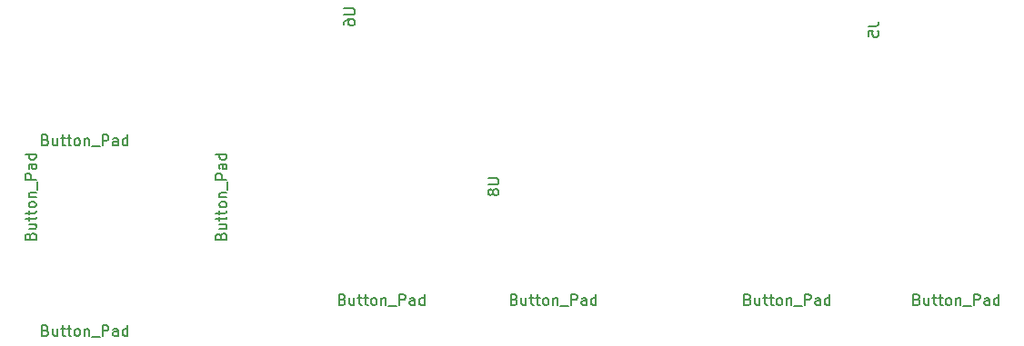
<source format=gbr>
G04 #@! TF.GenerationSoftware,KiCad,Pcbnew,7.0.9*
G04 #@! TF.CreationDate,2023-12-20T17:09:37-07:00*
G04 #@! TF.ProjectId,nes_controller_pcb,6e65735f-636f-46e7-9472-6f6c6c65725f,4a*
G04 #@! TF.SameCoordinates,Original*
G04 #@! TF.FileFunction,AssemblyDrawing,Top*
%FSLAX46Y46*%
G04 Gerber Fmt 4.6, Leading zero omitted, Abs format (unit mm)*
G04 Created by KiCad (PCBNEW 7.0.9) date 2023-12-20 17:09:37*
%MOMM*%
%LPD*%
G01*
G04 APERTURE LIST*
%ADD10C,0.150000*%
G04 APERTURE END LIST*
D10*
X156357142Y-136175009D02*
X156499999Y-136222628D01*
X156499999Y-136222628D02*
X156547618Y-136270247D01*
X156547618Y-136270247D02*
X156595237Y-136365485D01*
X156595237Y-136365485D02*
X156595237Y-136508342D01*
X156595237Y-136508342D02*
X156547618Y-136603580D01*
X156547618Y-136603580D02*
X156499999Y-136651200D01*
X156499999Y-136651200D02*
X156404761Y-136698819D01*
X156404761Y-136698819D02*
X156023809Y-136698819D01*
X156023809Y-136698819D02*
X156023809Y-135698819D01*
X156023809Y-135698819D02*
X156357142Y-135698819D01*
X156357142Y-135698819D02*
X156452380Y-135746438D01*
X156452380Y-135746438D02*
X156499999Y-135794057D01*
X156499999Y-135794057D02*
X156547618Y-135889295D01*
X156547618Y-135889295D02*
X156547618Y-135984533D01*
X156547618Y-135984533D02*
X156499999Y-136079771D01*
X156499999Y-136079771D02*
X156452380Y-136127390D01*
X156452380Y-136127390D02*
X156357142Y-136175009D01*
X156357142Y-136175009D02*
X156023809Y-136175009D01*
X157452380Y-136032152D02*
X157452380Y-136698819D01*
X157023809Y-136032152D02*
X157023809Y-136555961D01*
X157023809Y-136555961D02*
X157071428Y-136651200D01*
X157071428Y-136651200D02*
X157166666Y-136698819D01*
X157166666Y-136698819D02*
X157309523Y-136698819D01*
X157309523Y-136698819D02*
X157404761Y-136651200D01*
X157404761Y-136651200D02*
X157452380Y-136603580D01*
X157785714Y-136032152D02*
X158166666Y-136032152D01*
X157928571Y-135698819D02*
X157928571Y-136555961D01*
X157928571Y-136555961D02*
X157976190Y-136651200D01*
X157976190Y-136651200D02*
X158071428Y-136698819D01*
X158071428Y-136698819D02*
X158166666Y-136698819D01*
X158357143Y-136032152D02*
X158738095Y-136032152D01*
X158500000Y-135698819D02*
X158500000Y-136555961D01*
X158500000Y-136555961D02*
X158547619Y-136651200D01*
X158547619Y-136651200D02*
X158642857Y-136698819D01*
X158642857Y-136698819D02*
X158738095Y-136698819D01*
X159214286Y-136698819D02*
X159119048Y-136651200D01*
X159119048Y-136651200D02*
X159071429Y-136603580D01*
X159071429Y-136603580D02*
X159023810Y-136508342D01*
X159023810Y-136508342D02*
X159023810Y-136222628D01*
X159023810Y-136222628D02*
X159071429Y-136127390D01*
X159071429Y-136127390D02*
X159119048Y-136079771D01*
X159119048Y-136079771D02*
X159214286Y-136032152D01*
X159214286Y-136032152D02*
X159357143Y-136032152D01*
X159357143Y-136032152D02*
X159452381Y-136079771D01*
X159452381Y-136079771D02*
X159500000Y-136127390D01*
X159500000Y-136127390D02*
X159547619Y-136222628D01*
X159547619Y-136222628D02*
X159547619Y-136508342D01*
X159547619Y-136508342D02*
X159500000Y-136603580D01*
X159500000Y-136603580D02*
X159452381Y-136651200D01*
X159452381Y-136651200D02*
X159357143Y-136698819D01*
X159357143Y-136698819D02*
X159214286Y-136698819D01*
X159976191Y-136032152D02*
X159976191Y-136698819D01*
X159976191Y-136127390D02*
X160023810Y-136079771D01*
X160023810Y-136079771D02*
X160119048Y-136032152D01*
X160119048Y-136032152D02*
X160261905Y-136032152D01*
X160261905Y-136032152D02*
X160357143Y-136079771D01*
X160357143Y-136079771D02*
X160404762Y-136175009D01*
X160404762Y-136175009D02*
X160404762Y-136698819D01*
X160642858Y-136794057D02*
X161404762Y-136794057D01*
X161642858Y-136698819D02*
X161642858Y-135698819D01*
X161642858Y-135698819D02*
X162023810Y-135698819D01*
X162023810Y-135698819D02*
X162119048Y-135746438D01*
X162119048Y-135746438D02*
X162166667Y-135794057D01*
X162166667Y-135794057D02*
X162214286Y-135889295D01*
X162214286Y-135889295D02*
X162214286Y-136032152D01*
X162214286Y-136032152D02*
X162166667Y-136127390D01*
X162166667Y-136127390D02*
X162119048Y-136175009D01*
X162119048Y-136175009D02*
X162023810Y-136222628D01*
X162023810Y-136222628D02*
X161642858Y-136222628D01*
X163071429Y-136698819D02*
X163071429Y-136175009D01*
X163071429Y-136175009D02*
X163023810Y-136079771D01*
X163023810Y-136079771D02*
X162928572Y-136032152D01*
X162928572Y-136032152D02*
X162738096Y-136032152D01*
X162738096Y-136032152D02*
X162642858Y-136079771D01*
X163071429Y-136651200D02*
X162976191Y-136698819D01*
X162976191Y-136698819D02*
X162738096Y-136698819D01*
X162738096Y-136698819D02*
X162642858Y-136651200D01*
X162642858Y-136651200D02*
X162595239Y-136555961D01*
X162595239Y-136555961D02*
X162595239Y-136460723D01*
X162595239Y-136460723D02*
X162642858Y-136365485D01*
X162642858Y-136365485D02*
X162738096Y-136317866D01*
X162738096Y-136317866D02*
X162976191Y-136317866D01*
X162976191Y-136317866D02*
X163071429Y-136270247D01*
X163976191Y-136698819D02*
X163976191Y-135698819D01*
X163976191Y-136651200D02*
X163880953Y-136698819D01*
X163880953Y-136698819D02*
X163690477Y-136698819D01*
X163690477Y-136698819D02*
X163595239Y-136651200D01*
X163595239Y-136651200D02*
X163547620Y-136603580D01*
X163547620Y-136603580D02*
X163500001Y-136508342D01*
X163500001Y-136508342D02*
X163500001Y-136222628D01*
X163500001Y-136222628D02*
X163547620Y-136127390D01*
X163547620Y-136127390D02*
X163595239Y-136079771D01*
X163595239Y-136079771D02*
X163690477Y-136032152D01*
X163690477Y-136032152D02*
X163880953Y-136032152D01*
X163880953Y-136032152D02*
X163976191Y-136079771D01*
X140357142Y-136175009D02*
X140499999Y-136222628D01*
X140499999Y-136222628D02*
X140547618Y-136270247D01*
X140547618Y-136270247D02*
X140595237Y-136365485D01*
X140595237Y-136365485D02*
X140595237Y-136508342D01*
X140595237Y-136508342D02*
X140547618Y-136603580D01*
X140547618Y-136603580D02*
X140499999Y-136651200D01*
X140499999Y-136651200D02*
X140404761Y-136698819D01*
X140404761Y-136698819D02*
X140023809Y-136698819D01*
X140023809Y-136698819D02*
X140023809Y-135698819D01*
X140023809Y-135698819D02*
X140357142Y-135698819D01*
X140357142Y-135698819D02*
X140452380Y-135746438D01*
X140452380Y-135746438D02*
X140499999Y-135794057D01*
X140499999Y-135794057D02*
X140547618Y-135889295D01*
X140547618Y-135889295D02*
X140547618Y-135984533D01*
X140547618Y-135984533D02*
X140499999Y-136079771D01*
X140499999Y-136079771D02*
X140452380Y-136127390D01*
X140452380Y-136127390D02*
X140357142Y-136175009D01*
X140357142Y-136175009D02*
X140023809Y-136175009D01*
X141452380Y-136032152D02*
X141452380Y-136698819D01*
X141023809Y-136032152D02*
X141023809Y-136555961D01*
X141023809Y-136555961D02*
X141071428Y-136651200D01*
X141071428Y-136651200D02*
X141166666Y-136698819D01*
X141166666Y-136698819D02*
X141309523Y-136698819D01*
X141309523Y-136698819D02*
X141404761Y-136651200D01*
X141404761Y-136651200D02*
X141452380Y-136603580D01*
X141785714Y-136032152D02*
X142166666Y-136032152D01*
X141928571Y-135698819D02*
X141928571Y-136555961D01*
X141928571Y-136555961D02*
X141976190Y-136651200D01*
X141976190Y-136651200D02*
X142071428Y-136698819D01*
X142071428Y-136698819D02*
X142166666Y-136698819D01*
X142357143Y-136032152D02*
X142738095Y-136032152D01*
X142500000Y-135698819D02*
X142500000Y-136555961D01*
X142500000Y-136555961D02*
X142547619Y-136651200D01*
X142547619Y-136651200D02*
X142642857Y-136698819D01*
X142642857Y-136698819D02*
X142738095Y-136698819D01*
X143214286Y-136698819D02*
X143119048Y-136651200D01*
X143119048Y-136651200D02*
X143071429Y-136603580D01*
X143071429Y-136603580D02*
X143023810Y-136508342D01*
X143023810Y-136508342D02*
X143023810Y-136222628D01*
X143023810Y-136222628D02*
X143071429Y-136127390D01*
X143071429Y-136127390D02*
X143119048Y-136079771D01*
X143119048Y-136079771D02*
X143214286Y-136032152D01*
X143214286Y-136032152D02*
X143357143Y-136032152D01*
X143357143Y-136032152D02*
X143452381Y-136079771D01*
X143452381Y-136079771D02*
X143500000Y-136127390D01*
X143500000Y-136127390D02*
X143547619Y-136222628D01*
X143547619Y-136222628D02*
X143547619Y-136508342D01*
X143547619Y-136508342D02*
X143500000Y-136603580D01*
X143500000Y-136603580D02*
X143452381Y-136651200D01*
X143452381Y-136651200D02*
X143357143Y-136698819D01*
X143357143Y-136698819D02*
X143214286Y-136698819D01*
X143976191Y-136032152D02*
X143976191Y-136698819D01*
X143976191Y-136127390D02*
X144023810Y-136079771D01*
X144023810Y-136079771D02*
X144119048Y-136032152D01*
X144119048Y-136032152D02*
X144261905Y-136032152D01*
X144261905Y-136032152D02*
X144357143Y-136079771D01*
X144357143Y-136079771D02*
X144404762Y-136175009D01*
X144404762Y-136175009D02*
X144404762Y-136698819D01*
X144642858Y-136794057D02*
X145404762Y-136794057D01*
X145642858Y-136698819D02*
X145642858Y-135698819D01*
X145642858Y-135698819D02*
X146023810Y-135698819D01*
X146023810Y-135698819D02*
X146119048Y-135746438D01*
X146119048Y-135746438D02*
X146166667Y-135794057D01*
X146166667Y-135794057D02*
X146214286Y-135889295D01*
X146214286Y-135889295D02*
X146214286Y-136032152D01*
X146214286Y-136032152D02*
X146166667Y-136127390D01*
X146166667Y-136127390D02*
X146119048Y-136175009D01*
X146119048Y-136175009D02*
X146023810Y-136222628D01*
X146023810Y-136222628D02*
X145642858Y-136222628D01*
X147071429Y-136698819D02*
X147071429Y-136175009D01*
X147071429Y-136175009D02*
X147023810Y-136079771D01*
X147023810Y-136079771D02*
X146928572Y-136032152D01*
X146928572Y-136032152D02*
X146738096Y-136032152D01*
X146738096Y-136032152D02*
X146642858Y-136079771D01*
X147071429Y-136651200D02*
X146976191Y-136698819D01*
X146976191Y-136698819D02*
X146738096Y-136698819D01*
X146738096Y-136698819D02*
X146642858Y-136651200D01*
X146642858Y-136651200D02*
X146595239Y-136555961D01*
X146595239Y-136555961D02*
X146595239Y-136460723D01*
X146595239Y-136460723D02*
X146642858Y-136365485D01*
X146642858Y-136365485D02*
X146738096Y-136317866D01*
X146738096Y-136317866D02*
X146976191Y-136317866D01*
X146976191Y-136317866D02*
X147071429Y-136270247D01*
X147976191Y-136698819D02*
X147976191Y-135698819D01*
X147976191Y-136651200D02*
X147880953Y-136698819D01*
X147880953Y-136698819D02*
X147690477Y-136698819D01*
X147690477Y-136698819D02*
X147595239Y-136651200D01*
X147595239Y-136651200D02*
X147547620Y-136603580D01*
X147547620Y-136603580D02*
X147500001Y-136508342D01*
X147500001Y-136508342D02*
X147500001Y-136222628D01*
X147500001Y-136222628D02*
X147547620Y-136127390D01*
X147547620Y-136127390D02*
X147595239Y-136079771D01*
X147595239Y-136079771D02*
X147690477Y-136032152D01*
X147690477Y-136032152D02*
X147880953Y-136032152D01*
X147880953Y-136032152D02*
X147976191Y-136079771D01*
X112732142Y-121300009D02*
X112874999Y-121347628D01*
X112874999Y-121347628D02*
X112922618Y-121395247D01*
X112922618Y-121395247D02*
X112970237Y-121490485D01*
X112970237Y-121490485D02*
X112970237Y-121633342D01*
X112970237Y-121633342D02*
X112922618Y-121728580D01*
X112922618Y-121728580D02*
X112874999Y-121776200D01*
X112874999Y-121776200D02*
X112779761Y-121823819D01*
X112779761Y-121823819D02*
X112398809Y-121823819D01*
X112398809Y-121823819D02*
X112398809Y-120823819D01*
X112398809Y-120823819D02*
X112732142Y-120823819D01*
X112732142Y-120823819D02*
X112827380Y-120871438D01*
X112827380Y-120871438D02*
X112874999Y-120919057D01*
X112874999Y-120919057D02*
X112922618Y-121014295D01*
X112922618Y-121014295D02*
X112922618Y-121109533D01*
X112922618Y-121109533D02*
X112874999Y-121204771D01*
X112874999Y-121204771D02*
X112827380Y-121252390D01*
X112827380Y-121252390D02*
X112732142Y-121300009D01*
X112732142Y-121300009D02*
X112398809Y-121300009D01*
X113827380Y-121157152D02*
X113827380Y-121823819D01*
X113398809Y-121157152D02*
X113398809Y-121680961D01*
X113398809Y-121680961D02*
X113446428Y-121776200D01*
X113446428Y-121776200D02*
X113541666Y-121823819D01*
X113541666Y-121823819D02*
X113684523Y-121823819D01*
X113684523Y-121823819D02*
X113779761Y-121776200D01*
X113779761Y-121776200D02*
X113827380Y-121728580D01*
X114160714Y-121157152D02*
X114541666Y-121157152D01*
X114303571Y-120823819D02*
X114303571Y-121680961D01*
X114303571Y-121680961D02*
X114351190Y-121776200D01*
X114351190Y-121776200D02*
X114446428Y-121823819D01*
X114446428Y-121823819D02*
X114541666Y-121823819D01*
X114732143Y-121157152D02*
X115113095Y-121157152D01*
X114875000Y-120823819D02*
X114875000Y-121680961D01*
X114875000Y-121680961D02*
X114922619Y-121776200D01*
X114922619Y-121776200D02*
X115017857Y-121823819D01*
X115017857Y-121823819D02*
X115113095Y-121823819D01*
X115589286Y-121823819D02*
X115494048Y-121776200D01*
X115494048Y-121776200D02*
X115446429Y-121728580D01*
X115446429Y-121728580D02*
X115398810Y-121633342D01*
X115398810Y-121633342D02*
X115398810Y-121347628D01*
X115398810Y-121347628D02*
X115446429Y-121252390D01*
X115446429Y-121252390D02*
X115494048Y-121204771D01*
X115494048Y-121204771D02*
X115589286Y-121157152D01*
X115589286Y-121157152D02*
X115732143Y-121157152D01*
X115732143Y-121157152D02*
X115827381Y-121204771D01*
X115827381Y-121204771D02*
X115875000Y-121252390D01*
X115875000Y-121252390D02*
X115922619Y-121347628D01*
X115922619Y-121347628D02*
X115922619Y-121633342D01*
X115922619Y-121633342D02*
X115875000Y-121728580D01*
X115875000Y-121728580D02*
X115827381Y-121776200D01*
X115827381Y-121776200D02*
X115732143Y-121823819D01*
X115732143Y-121823819D02*
X115589286Y-121823819D01*
X116351191Y-121157152D02*
X116351191Y-121823819D01*
X116351191Y-121252390D02*
X116398810Y-121204771D01*
X116398810Y-121204771D02*
X116494048Y-121157152D01*
X116494048Y-121157152D02*
X116636905Y-121157152D01*
X116636905Y-121157152D02*
X116732143Y-121204771D01*
X116732143Y-121204771D02*
X116779762Y-121300009D01*
X116779762Y-121300009D02*
X116779762Y-121823819D01*
X117017858Y-121919057D02*
X117779762Y-121919057D01*
X118017858Y-121823819D02*
X118017858Y-120823819D01*
X118017858Y-120823819D02*
X118398810Y-120823819D01*
X118398810Y-120823819D02*
X118494048Y-120871438D01*
X118494048Y-120871438D02*
X118541667Y-120919057D01*
X118541667Y-120919057D02*
X118589286Y-121014295D01*
X118589286Y-121014295D02*
X118589286Y-121157152D01*
X118589286Y-121157152D02*
X118541667Y-121252390D01*
X118541667Y-121252390D02*
X118494048Y-121300009D01*
X118494048Y-121300009D02*
X118398810Y-121347628D01*
X118398810Y-121347628D02*
X118017858Y-121347628D01*
X119446429Y-121823819D02*
X119446429Y-121300009D01*
X119446429Y-121300009D02*
X119398810Y-121204771D01*
X119398810Y-121204771D02*
X119303572Y-121157152D01*
X119303572Y-121157152D02*
X119113096Y-121157152D01*
X119113096Y-121157152D02*
X119017858Y-121204771D01*
X119446429Y-121776200D02*
X119351191Y-121823819D01*
X119351191Y-121823819D02*
X119113096Y-121823819D01*
X119113096Y-121823819D02*
X119017858Y-121776200D01*
X119017858Y-121776200D02*
X118970239Y-121680961D01*
X118970239Y-121680961D02*
X118970239Y-121585723D01*
X118970239Y-121585723D02*
X119017858Y-121490485D01*
X119017858Y-121490485D02*
X119113096Y-121442866D01*
X119113096Y-121442866D02*
X119351191Y-121442866D01*
X119351191Y-121442866D02*
X119446429Y-121395247D01*
X120351191Y-121823819D02*
X120351191Y-120823819D01*
X120351191Y-121776200D02*
X120255953Y-121823819D01*
X120255953Y-121823819D02*
X120065477Y-121823819D01*
X120065477Y-121823819D02*
X119970239Y-121776200D01*
X119970239Y-121776200D02*
X119922620Y-121728580D01*
X119922620Y-121728580D02*
X119875001Y-121633342D01*
X119875001Y-121633342D02*
X119875001Y-121347628D01*
X119875001Y-121347628D02*
X119922620Y-121252390D01*
X119922620Y-121252390D02*
X119970239Y-121204771D01*
X119970239Y-121204771D02*
X120065477Y-121157152D01*
X120065477Y-121157152D02*
X120255953Y-121157152D01*
X120255953Y-121157152D02*
X120351191Y-121204771D01*
X193857142Y-136175009D02*
X193999999Y-136222628D01*
X193999999Y-136222628D02*
X194047618Y-136270247D01*
X194047618Y-136270247D02*
X194095237Y-136365485D01*
X194095237Y-136365485D02*
X194095237Y-136508342D01*
X194095237Y-136508342D02*
X194047618Y-136603580D01*
X194047618Y-136603580D02*
X193999999Y-136651200D01*
X193999999Y-136651200D02*
X193904761Y-136698819D01*
X193904761Y-136698819D02*
X193523809Y-136698819D01*
X193523809Y-136698819D02*
X193523809Y-135698819D01*
X193523809Y-135698819D02*
X193857142Y-135698819D01*
X193857142Y-135698819D02*
X193952380Y-135746438D01*
X193952380Y-135746438D02*
X193999999Y-135794057D01*
X193999999Y-135794057D02*
X194047618Y-135889295D01*
X194047618Y-135889295D02*
X194047618Y-135984533D01*
X194047618Y-135984533D02*
X193999999Y-136079771D01*
X193999999Y-136079771D02*
X193952380Y-136127390D01*
X193952380Y-136127390D02*
X193857142Y-136175009D01*
X193857142Y-136175009D02*
X193523809Y-136175009D01*
X194952380Y-136032152D02*
X194952380Y-136698819D01*
X194523809Y-136032152D02*
X194523809Y-136555961D01*
X194523809Y-136555961D02*
X194571428Y-136651200D01*
X194571428Y-136651200D02*
X194666666Y-136698819D01*
X194666666Y-136698819D02*
X194809523Y-136698819D01*
X194809523Y-136698819D02*
X194904761Y-136651200D01*
X194904761Y-136651200D02*
X194952380Y-136603580D01*
X195285714Y-136032152D02*
X195666666Y-136032152D01*
X195428571Y-135698819D02*
X195428571Y-136555961D01*
X195428571Y-136555961D02*
X195476190Y-136651200D01*
X195476190Y-136651200D02*
X195571428Y-136698819D01*
X195571428Y-136698819D02*
X195666666Y-136698819D01*
X195857143Y-136032152D02*
X196238095Y-136032152D01*
X196000000Y-135698819D02*
X196000000Y-136555961D01*
X196000000Y-136555961D02*
X196047619Y-136651200D01*
X196047619Y-136651200D02*
X196142857Y-136698819D01*
X196142857Y-136698819D02*
X196238095Y-136698819D01*
X196714286Y-136698819D02*
X196619048Y-136651200D01*
X196619048Y-136651200D02*
X196571429Y-136603580D01*
X196571429Y-136603580D02*
X196523810Y-136508342D01*
X196523810Y-136508342D02*
X196523810Y-136222628D01*
X196523810Y-136222628D02*
X196571429Y-136127390D01*
X196571429Y-136127390D02*
X196619048Y-136079771D01*
X196619048Y-136079771D02*
X196714286Y-136032152D01*
X196714286Y-136032152D02*
X196857143Y-136032152D01*
X196857143Y-136032152D02*
X196952381Y-136079771D01*
X196952381Y-136079771D02*
X197000000Y-136127390D01*
X197000000Y-136127390D02*
X197047619Y-136222628D01*
X197047619Y-136222628D02*
X197047619Y-136508342D01*
X197047619Y-136508342D02*
X197000000Y-136603580D01*
X197000000Y-136603580D02*
X196952381Y-136651200D01*
X196952381Y-136651200D02*
X196857143Y-136698819D01*
X196857143Y-136698819D02*
X196714286Y-136698819D01*
X197476191Y-136032152D02*
X197476191Y-136698819D01*
X197476191Y-136127390D02*
X197523810Y-136079771D01*
X197523810Y-136079771D02*
X197619048Y-136032152D01*
X197619048Y-136032152D02*
X197761905Y-136032152D01*
X197761905Y-136032152D02*
X197857143Y-136079771D01*
X197857143Y-136079771D02*
X197904762Y-136175009D01*
X197904762Y-136175009D02*
X197904762Y-136698819D01*
X198142858Y-136794057D02*
X198904762Y-136794057D01*
X199142858Y-136698819D02*
X199142858Y-135698819D01*
X199142858Y-135698819D02*
X199523810Y-135698819D01*
X199523810Y-135698819D02*
X199619048Y-135746438D01*
X199619048Y-135746438D02*
X199666667Y-135794057D01*
X199666667Y-135794057D02*
X199714286Y-135889295D01*
X199714286Y-135889295D02*
X199714286Y-136032152D01*
X199714286Y-136032152D02*
X199666667Y-136127390D01*
X199666667Y-136127390D02*
X199619048Y-136175009D01*
X199619048Y-136175009D02*
X199523810Y-136222628D01*
X199523810Y-136222628D02*
X199142858Y-136222628D01*
X200571429Y-136698819D02*
X200571429Y-136175009D01*
X200571429Y-136175009D02*
X200523810Y-136079771D01*
X200523810Y-136079771D02*
X200428572Y-136032152D01*
X200428572Y-136032152D02*
X200238096Y-136032152D01*
X200238096Y-136032152D02*
X200142858Y-136079771D01*
X200571429Y-136651200D02*
X200476191Y-136698819D01*
X200476191Y-136698819D02*
X200238096Y-136698819D01*
X200238096Y-136698819D02*
X200142858Y-136651200D01*
X200142858Y-136651200D02*
X200095239Y-136555961D01*
X200095239Y-136555961D02*
X200095239Y-136460723D01*
X200095239Y-136460723D02*
X200142858Y-136365485D01*
X200142858Y-136365485D02*
X200238096Y-136317866D01*
X200238096Y-136317866D02*
X200476191Y-136317866D01*
X200476191Y-136317866D02*
X200571429Y-136270247D01*
X201476191Y-136698819D02*
X201476191Y-135698819D01*
X201476191Y-136651200D02*
X201380953Y-136698819D01*
X201380953Y-136698819D02*
X201190477Y-136698819D01*
X201190477Y-136698819D02*
X201095239Y-136651200D01*
X201095239Y-136651200D02*
X201047620Y-136603580D01*
X201047620Y-136603580D02*
X201000001Y-136508342D01*
X201000001Y-136508342D02*
X201000001Y-136222628D01*
X201000001Y-136222628D02*
X201047620Y-136127390D01*
X201047620Y-136127390D02*
X201095239Y-136079771D01*
X201095239Y-136079771D02*
X201190477Y-136032152D01*
X201190477Y-136032152D02*
X201380953Y-136032152D01*
X201380953Y-136032152D02*
X201476191Y-136079771D01*
X112732142Y-139050009D02*
X112874999Y-139097628D01*
X112874999Y-139097628D02*
X112922618Y-139145247D01*
X112922618Y-139145247D02*
X112970237Y-139240485D01*
X112970237Y-139240485D02*
X112970237Y-139383342D01*
X112970237Y-139383342D02*
X112922618Y-139478580D01*
X112922618Y-139478580D02*
X112874999Y-139526200D01*
X112874999Y-139526200D02*
X112779761Y-139573819D01*
X112779761Y-139573819D02*
X112398809Y-139573819D01*
X112398809Y-139573819D02*
X112398809Y-138573819D01*
X112398809Y-138573819D02*
X112732142Y-138573819D01*
X112732142Y-138573819D02*
X112827380Y-138621438D01*
X112827380Y-138621438D02*
X112874999Y-138669057D01*
X112874999Y-138669057D02*
X112922618Y-138764295D01*
X112922618Y-138764295D02*
X112922618Y-138859533D01*
X112922618Y-138859533D02*
X112874999Y-138954771D01*
X112874999Y-138954771D02*
X112827380Y-139002390D01*
X112827380Y-139002390D02*
X112732142Y-139050009D01*
X112732142Y-139050009D02*
X112398809Y-139050009D01*
X113827380Y-138907152D02*
X113827380Y-139573819D01*
X113398809Y-138907152D02*
X113398809Y-139430961D01*
X113398809Y-139430961D02*
X113446428Y-139526200D01*
X113446428Y-139526200D02*
X113541666Y-139573819D01*
X113541666Y-139573819D02*
X113684523Y-139573819D01*
X113684523Y-139573819D02*
X113779761Y-139526200D01*
X113779761Y-139526200D02*
X113827380Y-139478580D01*
X114160714Y-138907152D02*
X114541666Y-138907152D01*
X114303571Y-138573819D02*
X114303571Y-139430961D01*
X114303571Y-139430961D02*
X114351190Y-139526200D01*
X114351190Y-139526200D02*
X114446428Y-139573819D01*
X114446428Y-139573819D02*
X114541666Y-139573819D01*
X114732143Y-138907152D02*
X115113095Y-138907152D01*
X114875000Y-138573819D02*
X114875000Y-139430961D01*
X114875000Y-139430961D02*
X114922619Y-139526200D01*
X114922619Y-139526200D02*
X115017857Y-139573819D01*
X115017857Y-139573819D02*
X115113095Y-139573819D01*
X115589286Y-139573819D02*
X115494048Y-139526200D01*
X115494048Y-139526200D02*
X115446429Y-139478580D01*
X115446429Y-139478580D02*
X115398810Y-139383342D01*
X115398810Y-139383342D02*
X115398810Y-139097628D01*
X115398810Y-139097628D02*
X115446429Y-139002390D01*
X115446429Y-139002390D02*
X115494048Y-138954771D01*
X115494048Y-138954771D02*
X115589286Y-138907152D01*
X115589286Y-138907152D02*
X115732143Y-138907152D01*
X115732143Y-138907152D02*
X115827381Y-138954771D01*
X115827381Y-138954771D02*
X115875000Y-139002390D01*
X115875000Y-139002390D02*
X115922619Y-139097628D01*
X115922619Y-139097628D02*
X115922619Y-139383342D01*
X115922619Y-139383342D02*
X115875000Y-139478580D01*
X115875000Y-139478580D02*
X115827381Y-139526200D01*
X115827381Y-139526200D02*
X115732143Y-139573819D01*
X115732143Y-139573819D02*
X115589286Y-139573819D01*
X116351191Y-138907152D02*
X116351191Y-139573819D01*
X116351191Y-139002390D02*
X116398810Y-138954771D01*
X116398810Y-138954771D02*
X116494048Y-138907152D01*
X116494048Y-138907152D02*
X116636905Y-138907152D01*
X116636905Y-138907152D02*
X116732143Y-138954771D01*
X116732143Y-138954771D02*
X116779762Y-139050009D01*
X116779762Y-139050009D02*
X116779762Y-139573819D01*
X117017858Y-139669057D02*
X117779762Y-139669057D01*
X118017858Y-139573819D02*
X118017858Y-138573819D01*
X118017858Y-138573819D02*
X118398810Y-138573819D01*
X118398810Y-138573819D02*
X118494048Y-138621438D01*
X118494048Y-138621438D02*
X118541667Y-138669057D01*
X118541667Y-138669057D02*
X118589286Y-138764295D01*
X118589286Y-138764295D02*
X118589286Y-138907152D01*
X118589286Y-138907152D02*
X118541667Y-139002390D01*
X118541667Y-139002390D02*
X118494048Y-139050009D01*
X118494048Y-139050009D02*
X118398810Y-139097628D01*
X118398810Y-139097628D02*
X118017858Y-139097628D01*
X119446429Y-139573819D02*
X119446429Y-139050009D01*
X119446429Y-139050009D02*
X119398810Y-138954771D01*
X119398810Y-138954771D02*
X119303572Y-138907152D01*
X119303572Y-138907152D02*
X119113096Y-138907152D01*
X119113096Y-138907152D02*
X119017858Y-138954771D01*
X119446429Y-139526200D02*
X119351191Y-139573819D01*
X119351191Y-139573819D02*
X119113096Y-139573819D01*
X119113096Y-139573819D02*
X119017858Y-139526200D01*
X119017858Y-139526200D02*
X118970239Y-139430961D01*
X118970239Y-139430961D02*
X118970239Y-139335723D01*
X118970239Y-139335723D02*
X119017858Y-139240485D01*
X119017858Y-139240485D02*
X119113096Y-139192866D01*
X119113096Y-139192866D02*
X119351191Y-139192866D01*
X119351191Y-139192866D02*
X119446429Y-139145247D01*
X120351191Y-139573819D02*
X120351191Y-138573819D01*
X120351191Y-139526200D02*
X120255953Y-139573819D01*
X120255953Y-139573819D02*
X120065477Y-139573819D01*
X120065477Y-139573819D02*
X119970239Y-139526200D01*
X119970239Y-139526200D02*
X119922620Y-139478580D01*
X119922620Y-139478580D02*
X119875001Y-139383342D01*
X119875001Y-139383342D02*
X119875001Y-139097628D01*
X119875001Y-139097628D02*
X119922620Y-139002390D01*
X119922620Y-139002390D02*
X119970239Y-138954771D01*
X119970239Y-138954771D02*
X120065477Y-138907152D01*
X120065477Y-138907152D02*
X120255953Y-138907152D01*
X120255953Y-138907152D02*
X120351191Y-138954771D01*
X111300009Y-130267857D02*
X111347628Y-130125000D01*
X111347628Y-130125000D02*
X111395247Y-130077381D01*
X111395247Y-130077381D02*
X111490485Y-130029762D01*
X111490485Y-130029762D02*
X111633342Y-130029762D01*
X111633342Y-130029762D02*
X111728580Y-130077381D01*
X111728580Y-130077381D02*
X111776200Y-130125000D01*
X111776200Y-130125000D02*
X111823819Y-130220238D01*
X111823819Y-130220238D02*
X111823819Y-130601190D01*
X111823819Y-130601190D02*
X110823819Y-130601190D01*
X110823819Y-130601190D02*
X110823819Y-130267857D01*
X110823819Y-130267857D02*
X110871438Y-130172619D01*
X110871438Y-130172619D02*
X110919057Y-130125000D01*
X110919057Y-130125000D02*
X111014295Y-130077381D01*
X111014295Y-130077381D02*
X111109533Y-130077381D01*
X111109533Y-130077381D02*
X111204771Y-130125000D01*
X111204771Y-130125000D02*
X111252390Y-130172619D01*
X111252390Y-130172619D02*
X111300009Y-130267857D01*
X111300009Y-130267857D02*
X111300009Y-130601190D01*
X111157152Y-129172619D02*
X111823819Y-129172619D01*
X111157152Y-129601190D02*
X111680961Y-129601190D01*
X111680961Y-129601190D02*
X111776200Y-129553571D01*
X111776200Y-129553571D02*
X111823819Y-129458333D01*
X111823819Y-129458333D02*
X111823819Y-129315476D01*
X111823819Y-129315476D02*
X111776200Y-129220238D01*
X111776200Y-129220238D02*
X111728580Y-129172619D01*
X111157152Y-128839285D02*
X111157152Y-128458333D01*
X110823819Y-128696428D02*
X111680961Y-128696428D01*
X111680961Y-128696428D02*
X111776200Y-128648809D01*
X111776200Y-128648809D02*
X111823819Y-128553571D01*
X111823819Y-128553571D02*
X111823819Y-128458333D01*
X111157152Y-128267856D02*
X111157152Y-127886904D01*
X110823819Y-128124999D02*
X111680961Y-128124999D01*
X111680961Y-128124999D02*
X111776200Y-128077380D01*
X111776200Y-128077380D02*
X111823819Y-127982142D01*
X111823819Y-127982142D02*
X111823819Y-127886904D01*
X111823819Y-127410713D02*
X111776200Y-127505951D01*
X111776200Y-127505951D02*
X111728580Y-127553570D01*
X111728580Y-127553570D02*
X111633342Y-127601189D01*
X111633342Y-127601189D02*
X111347628Y-127601189D01*
X111347628Y-127601189D02*
X111252390Y-127553570D01*
X111252390Y-127553570D02*
X111204771Y-127505951D01*
X111204771Y-127505951D02*
X111157152Y-127410713D01*
X111157152Y-127410713D02*
X111157152Y-127267856D01*
X111157152Y-127267856D02*
X111204771Y-127172618D01*
X111204771Y-127172618D02*
X111252390Y-127124999D01*
X111252390Y-127124999D02*
X111347628Y-127077380D01*
X111347628Y-127077380D02*
X111633342Y-127077380D01*
X111633342Y-127077380D02*
X111728580Y-127124999D01*
X111728580Y-127124999D02*
X111776200Y-127172618D01*
X111776200Y-127172618D02*
X111823819Y-127267856D01*
X111823819Y-127267856D02*
X111823819Y-127410713D01*
X111157152Y-126648808D02*
X111823819Y-126648808D01*
X111252390Y-126648808D02*
X111204771Y-126601189D01*
X111204771Y-126601189D02*
X111157152Y-126505951D01*
X111157152Y-126505951D02*
X111157152Y-126363094D01*
X111157152Y-126363094D02*
X111204771Y-126267856D01*
X111204771Y-126267856D02*
X111300009Y-126220237D01*
X111300009Y-126220237D02*
X111823819Y-126220237D01*
X111919057Y-125982142D02*
X111919057Y-125220237D01*
X111823819Y-124982141D02*
X110823819Y-124982141D01*
X110823819Y-124982141D02*
X110823819Y-124601189D01*
X110823819Y-124601189D02*
X110871438Y-124505951D01*
X110871438Y-124505951D02*
X110919057Y-124458332D01*
X110919057Y-124458332D02*
X111014295Y-124410713D01*
X111014295Y-124410713D02*
X111157152Y-124410713D01*
X111157152Y-124410713D02*
X111252390Y-124458332D01*
X111252390Y-124458332D02*
X111300009Y-124505951D01*
X111300009Y-124505951D02*
X111347628Y-124601189D01*
X111347628Y-124601189D02*
X111347628Y-124982141D01*
X111823819Y-123553570D02*
X111300009Y-123553570D01*
X111300009Y-123553570D02*
X111204771Y-123601189D01*
X111204771Y-123601189D02*
X111157152Y-123696427D01*
X111157152Y-123696427D02*
X111157152Y-123886903D01*
X111157152Y-123886903D02*
X111204771Y-123982141D01*
X111776200Y-123553570D02*
X111823819Y-123648808D01*
X111823819Y-123648808D02*
X111823819Y-123886903D01*
X111823819Y-123886903D02*
X111776200Y-123982141D01*
X111776200Y-123982141D02*
X111680961Y-124029760D01*
X111680961Y-124029760D02*
X111585723Y-124029760D01*
X111585723Y-124029760D02*
X111490485Y-123982141D01*
X111490485Y-123982141D02*
X111442866Y-123886903D01*
X111442866Y-123886903D02*
X111442866Y-123648808D01*
X111442866Y-123648808D02*
X111395247Y-123553570D01*
X111823819Y-122648808D02*
X110823819Y-122648808D01*
X111776200Y-122648808D02*
X111823819Y-122744046D01*
X111823819Y-122744046D02*
X111823819Y-122934522D01*
X111823819Y-122934522D02*
X111776200Y-123029760D01*
X111776200Y-123029760D02*
X111728580Y-123077379D01*
X111728580Y-123077379D02*
X111633342Y-123124998D01*
X111633342Y-123124998D02*
X111347628Y-123124998D01*
X111347628Y-123124998D02*
X111252390Y-123077379D01*
X111252390Y-123077379D02*
X111204771Y-123029760D01*
X111204771Y-123029760D02*
X111157152Y-122934522D01*
X111157152Y-122934522D02*
X111157152Y-122744046D01*
X111157152Y-122744046D02*
X111204771Y-122648808D01*
X178107142Y-136175009D02*
X178249999Y-136222628D01*
X178249999Y-136222628D02*
X178297618Y-136270247D01*
X178297618Y-136270247D02*
X178345237Y-136365485D01*
X178345237Y-136365485D02*
X178345237Y-136508342D01*
X178345237Y-136508342D02*
X178297618Y-136603580D01*
X178297618Y-136603580D02*
X178249999Y-136651200D01*
X178249999Y-136651200D02*
X178154761Y-136698819D01*
X178154761Y-136698819D02*
X177773809Y-136698819D01*
X177773809Y-136698819D02*
X177773809Y-135698819D01*
X177773809Y-135698819D02*
X178107142Y-135698819D01*
X178107142Y-135698819D02*
X178202380Y-135746438D01*
X178202380Y-135746438D02*
X178249999Y-135794057D01*
X178249999Y-135794057D02*
X178297618Y-135889295D01*
X178297618Y-135889295D02*
X178297618Y-135984533D01*
X178297618Y-135984533D02*
X178249999Y-136079771D01*
X178249999Y-136079771D02*
X178202380Y-136127390D01*
X178202380Y-136127390D02*
X178107142Y-136175009D01*
X178107142Y-136175009D02*
X177773809Y-136175009D01*
X179202380Y-136032152D02*
X179202380Y-136698819D01*
X178773809Y-136032152D02*
X178773809Y-136555961D01*
X178773809Y-136555961D02*
X178821428Y-136651200D01*
X178821428Y-136651200D02*
X178916666Y-136698819D01*
X178916666Y-136698819D02*
X179059523Y-136698819D01*
X179059523Y-136698819D02*
X179154761Y-136651200D01*
X179154761Y-136651200D02*
X179202380Y-136603580D01*
X179535714Y-136032152D02*
X179916666Y-136032152D01*
X179678571Y-135698819D02*
X179678571Y-136555961D01*
X179678571Y-136555961D02*
X179726190Y-136651200D01*
X179726190Y-136651200D02*
X179821428Y-136698819D01*
X179821428Y-136698819D02*
X179916666Y-136698819D01*
X180107143Y-136032152D02*
X180488095Y-136032152D01*
X180250000Y-135698819D02*
X180250000Y-136555961D01*
X180250000Y-136555961D02*
X180297619Y-136651200D01*
X180297619Y-136651200D02*
X180392857Y-136698819D01*
X180392857Y-136698819D02*
X180488095Y-136698819D01*
X180964286Y-136698819D02*
X180869048Y-136651200D01*
X180869048Y-136651200D02*
X180821429Y-136603580D01*
X180821429Y-136603580D02*
X180773810Y-136508342D01*
X180773810Y-136508342D02*
X180773810Y-136222628D01*
X180773810Y-136222628D02*
X180821429Y-136127390D01*
X180821429Y-136127390D02*
X180869048Y-136079771D01*
X180869048Y-136079771D02*
X180964286Y-136032152D01*
X180964286Y-136032152D02*
X181107143Y-136032152D01*
X181107143Y-136032152D02*
X181202381Y-136079771D01*
X181202381Y-136079771D02*
X181250000Y-136127390D01*
X181250000Y-136127390D02*
X181297619Y-136222628D01*
X181297619Y-136222628D02*
X181297619Y-136508342D01*
X181297619Y-136508342D02*
X181250000Y-136603580D01*
X181250000Y-136603580D02*
X181202381Y-136651200D01*
X181202381Y-136651200D02*
X181107143Y-136698819D01*
X181107143Y-136698819D02*
X180964286Y-136698819D01*
X181726191Y-136032152D02*
X181726191Y-136698819D01*
X181726191Y-136127390D02*
X181773810Y-136079771D01*
X181773810Y-136079771D02*
X181869048Y-136032152D01*
X181869048Y-136032152D02*
X182011905Y-136032152D01*
X182011905Y-136032152D02*
X182107143Y-136079771D01*
X182107143Y-136079771D02*
X182154762Y-136175009D01*
X182154762Y-136175009D02*
X182154762Y-136698819D01*
X182392858Y-136794057D02*
X183154762Y-136794057D01*
X183392858Y-136698819D02*
X183392858Y-135698819D01*
X183392858Y-135698819D02*
X183773810Y-135698819D01*
X183773810Y-135698819D02*
X183869048Y-135746438D01*
X183869048Y-135746438D02*
X183916667Y-135794057D01*
X183916667Y-135794057D02*
X183964286Y-135889295D01*
X183964286Y-135889295D02*
X183964286Y-136032152D01*
X183964286Y-136032152D02*
X183916667Y-136127390D01*
X183916667Y-136127390D02*
X183869048Y-136175009D01*
X183869048Y-136175009D02*
X183773810Y-136222628D01*
X183773810Y-136222628D02*
X183392858Y-136222628D01*
X184821429Y-136698819D02*
X184821429Y-136175009D01*
X184821429Y-136175009D02*
X184773810Y-136079771D01*
X184773810Y-136079771D02*
X184678572Y-136032152D01*
X184678572Y-136032152D02*
X184488096Y-136032152D01*
X184488096Y-136032152D02*
X184392858Y-136079771D01*
X184821429Y-136651200D02*
X184726191Y-136698819D01*
X184726191Y-136698819D02*
X184488096Y-136698819D01*
X184488096Y-136698819D02*
X184392858Y-136651200D01*
X184392858Y-136651200D02*
X184345239Y-136555961D01*
X184345239Y-136555961D02*
X184345239Y-136460723D01*
X184345239Y-136460723D02*
X184392858Y-136365485D01*
X184392858Y-136365485D02*
X184488096Y-136317866D01*
X184488096Y-136317866D02*
X184726191Y-136317866D01*
X184726191Y-136317866D02*
X184821429Y-136270247D01*
X185726191Y-136698819D02*
X185726191Y-135698819D01*
X185726191Y-136651200D02*
X185630953Y-136698819D01*
X185630953Y-136698819D02*
X185440477Y-136698819D01*
X185440477Y-136698819D02*
X185345239Y-136651200D01*
X185345239Y-136651200D02*
X185297620Y-136603580D01*
X185297620Y-136603580D02*
X185250001Y-136508342D01*
X185250001Y-136508342D02*
X185250001Y-136222628D01*
X185250001Y-136222628D02*
X185297620Y-136127390D01*
X185297620Y-136127390D02*
X185345239Y-136079771D01*
X185345239Y-136079771D02*
X185440477Y-136032152D01*
X185440477Y-136032152D02*
X185630953Y-136032152D01*
X185630953Y-136032152D02*
X185726191Y-136079771D01*
X129050009Y-130267857D02*
X129097628Y-130125000D01*
X129097628Y-130125000D02*
X129145247Y-130077381D01*
X129145247Y-130077381D02*
X129240485Y-130029762D01*
X129240485Y-130029762D02*
X129383342Y-130029762D01*
X129383342Y-130029762D02*
X129478580Y-130077381D01*
X129478580Y-130077381D02*
X129526200Y-130125000D01*
X129526200Y-130125000D02*
X129573819Y-130220238D01*
X129573819Y-130220238D02*
X129573819Y-130601190D01*
X129573819Y-130601190D02*
X128573819Y-130601190D01*
X128573819Y-130601190D02*
X128573819Y-130267857D01*
X128573819Y-130267857D02*
X128621438Y-130172619D01*
X128621438Y-130172619D02*
X128669057Y-130125000D01*
X128669057Y-130125000D02*
X128764295Y-130077381D01*
X128764295Y-130077381D02*
X128859533Y-130077381D01*
X128859533Y-130077381D02*
X128954771Y-130125000D01*
X128954771Y-130125000D02*
X129002390Y-130172619D01*
X129002390Y-130172619D02*
X129050009Y-130267857D01*
X129050009Y-130267857D02*
X129050009Y-130601190D01*
X128907152Y-129172619D02*
X129573819Y-129172619D01*
X128907152Y-129601190D02*
X129430961Y-129601190D01*
X129430961Y-129601190D02*
X129526200Y-129553571D01*
X129526200Y-129553571D02*
X129573819Y-129458333D01*
X129573819Y-129458333D02*
X129573819Y-129315476D01*
X129573819Y-129315476D02*
X129526200Y-129220238D01*
X129526200Y-129220238D02*
X129478580Y-129172619D01*
X128907152Y-128839285D02*
X128907152Y-128458333D01*
X128573819Y-128696428D02*
X129430961Y-128696428D01*
X129430961Y-128696428D02*
X129526200Y-128648809D01*
X129526200Y-128648809D02*
X129573819Y-128553571D01*
X129573819Y-128553571D02*
X129573819Y-128458333D01*
X128907152Y-128267856D02*
X128907152Y-127886904D01*
X128573819Y-128124999D02*
X129430961Y-128124999D01*
X129430961Y-128124999D02*
X129526200Y-128077380D01*
X129526200Y-128077380D02*
X129573819Y-127982142D01*
X129573819Y-127982142D02*
X129573819Y-127886904D01*
X129573819Y-127410713D02*
X129526200Y-127505951D01*
X129526200Y-127505951D02*
X129478580Y-127553570D01*
X129478580Y-127553570D02*
X129383342Y-127601189D01*
X129383342Y-127601189D02*
X129097628Y-127601189D01*
X129097628Y-127601189D02*
X129002390Y-127553570D01*
X129002390Y-127553570D02*
X128954771Y-127505951D01*
X128954771Y-127505951D02*
X128907152Y-127410713D01*
X128907152Y-127410713D02*
X128907152Y-127267856D01*
X128907152Y-127267856D02*
X128954771Y-127172618D01*
X128954771Y-127172618D02*
X129002390Y-127124999D01*
X129002390Y-127124999D02*
X129097628Y-127077380D01*
X129097628Y-127077380D02*
X129383342Y-127077380D01*
X129383342Y-127077380D02*
X129478580Y-127124999D01*
X129478580Y-127124999D02*
X129526200Y-127172618D01*
X129526200Y-127172618D02*
X129573819Y-127267856D01*
X129573819Y-127267856D02*
X129573819Y-127410713D01*
X128907152Y-126648808D02*
X129573819Y-126648808D01*
X129002390Y-126648808D02*
X128954771Y-126601189D01*
X128954771Y-126601189D02*
X128907152Y-126505951D01*
X128907152Y-126505951D02*
X128907152Y-126363094D01*
X128907152Y-126363094D02*
X128954771Y-126267856D01*
X128954771Y-126267856D02*
X129050009Y-126220237D01*
X129050009Y-126220237D02*
X129573819Y-126220237D01*
X129669057Y-125982142D02*
X129669057Y-125220237D01*
X129573819Y-124982141D02*
X128573819Y-124982141D01*
X128573819Y-124982141D02*
X128573819Y-124601189D01*
X128573819Y-124601189D02*
X128621438Y-124505951D01*
X128621438Y-124505951D02*
X128669057Y-124458332D01*
X128669057Y-124458332D02*
X128764295Y-124410713D01*
X128764295Y-124410713D02*
X128907152Y-124410713D01*
X128907152Y-124410713D02*
X129002390Y-124458332D01*
X129002390Y-124458332D02*
X129050009Y-124505951D01*
X129050009Y-124505951D02*
X129097628Y-124601189D01*
X129097628Y-124601189D02*
X129097628Y-124982141D01*
X129573819Y-123553570D02*
X129050009Y-123553570D01*
X129050009Y-123553570D02*
X128954771Y-123601189D01*
X128954771Y-123601189D02*
X128907152Y-123696427D01*
X128907152Y-123696427D02*
X128907152Y-123886903D01*
X128907152Y-123886903D02*
X128954771Y-123982141D01*
X129526200Y-123553570D02*
X129573819Y-123648808D01*
X129573819Y-123648808D02*
X129573819Y-123886903D01*
X129573819Y-123886903D02*
X129526200Y-123982141D01*
X129526200Y-123982141D02*
X129430961Y-124029760D01*
X129430961Y-124029760D02*
X129335723Y-124029760D01*
X129335723Y-124029760D02*
X129240485Y-123982141D01*
X129240485Y-123982141D02*
X129192866Y-123886903D01*
X129192866Y-123886903D02*
X129192866Y-123648808D01*
X129192866Y-123648808D02*
X129145247Y-123553570D01*
X129573819Y-122648808D02*
X128573819Y-122648808D01*
X129526200Y-122648808D02*
X129573819Y-122744046D01*
X129573819Y-122744046D02*
X129573819Y-122934522D01*
X129573819Y-122934522D02*
X129526200Y-123029760D01*
X129526200Y-123029760D02*
X129478580Y-123077379D01*
X129478580Y-123077379D02*
X129383342Y-123124998D01*
X129383342Y-123124998D02*
X129097628Y-123124998D01*
X129097628Y-123124998D02*
X129002390Y-123077379D01*
X129002390Y-123077379D02*
X128954771Y-123029760D01*
X128954771Y-123029760D02*
X128907152Y-122934522D01*
X128907152Y-122934522D02*
X128907152Y-122744046D01*
X128907152Y-122744046D02*
X128954771Y-122648808D01*
X189294819Y-110686666D02*
X190009104Y-110686666D01*
X190009104Y-110686666D02*
X190151961Y-110639047D01*
X190151961Y-110639047D02*
X190247200Y-110543809D01*
X190247200Y-110543809D02*
X190294819Y-110400952D01*
X190294819Y-110400952D02*
X190294819Y-110305714D01*
X189294819Y-111639047D02*
X189294819Y-111162857D01*
X189294819Y-111162857D02*
X189771009Y-111115238D01*
X189771009Y-111115238D02*
X189723390Y-111162857D01*
X189723390Y-111162857D02*
X189675771Y-111258095D01*
X189675771Y-111258095D02*
X189675771Y-111496190D01*
X189675771Y-111496190D02*
X189723390Y-111591428D01*
X189723390Y-111591428D02*
X189771009Y-111639047D01*
X189771009Y-111639047D02*
X189866247Y-111686666D01*
X189866247Y-111686666D02*
X190104342Y-111686666D01*
X190104342Y-111686666D02*
X190199580Y-111639047D01*
X190199580Y-111639047D02*
X190247200Y-111591428D01*
X190247200Y-111591428D02*
X190294819Y-111496190D01*
X190294819Y-111496190D02*
X190294819Y-111258095D01*
X190294819Y-111258095D02*
X190247200Y-111162857D01*
X190247200Y-111162857D02*
X190199580Y-111115238D01*
X140514819Y-109048095D02*
X141324342Y-109048095D01*
X141324342Y-109048095D02*
X141419580Y-109095714D01*
X141419580Y-109095714D02*
X141467200Y-109143333D01*
X141467200Y-109143333D02*
X141514819Y-109238571D01*
X141514819Y-109238571D02*
X141514819Y-109429047D01*
X141514819Y-109429047D02*
X141467200Y-109524285D01*
X141467200Y-109524285D02*
X141419580Y-109571904D01*
X141419580Y-109571904D02*
X141324342Y-109619523D01*
X141324342Y-109619523D02*
X140514819Y-109619523D01*
X140514819Y-110524285D02*
X140514819Y-110333809D01*
X140514819Y-110333809D02*
X140562438Y-110238571D01*
X140562438Y-110238571D02*
X140610057Y-110190952D01*
X140610057Y-110190952D02*
X140752914Y-110095714D01*
X140752914Y-110095714D02*
X140943390Y-110048095D01*
X140943390Y-110048095D02*
X141324342Y-110048095D01*
X141324342Y-110048095D02*
X141419580Y-110095714D01*
X141419580Y-110095714D02*
X141467200Y-110143333D01*
X141467200Y-110143333D02*
X141514819Y-110238571D01*
X141514819Y-110238571D02*
X141514819Y-110429047D01*
X141514819Y-110429047D02*
X141467200Y-110524285D01*
X141467200Y-110524285D02*
X141419580Y-110571904D01*
X141419580Y-110571904D02*
X141324342Y-110619523D01*
X141324342Y-110619523D02*
X141086247Y-110619523D01*
X141086247Y-110619523D02*
X140991009Y-110571904D01*
X140991009Y-110571904D02*
X140943390Y-110524285D01*
X140943390Y-110524285D02*
X140895771Y-110429047D01*
X140895771Y-110429047D02*
X140895771Y-110238571D01*
X140895771Y-110238571D02*
X140943390Y-110143333D01*
X140943390Y-110143333D02*
X140991009Y-110095714D01*
X140991009Y-110095714D02*
X141086247Y-110048095D01*
X153904819Y-124888095D02*
X154714342Y-124888095D01*
X154714342Y-124888095D02*
X154809580Y-124935714D01*
X154809580Y-124935714D02*
X154857200Y-124983333D01*
X154857200Y-124983333D02*
X154904819Y-125078571D01*
X154904819Y-125078571D02*
X154904819Y-125269047D01*
X154904819Y-125269047D02*
X154857200Y-125364285D01*
X154857200Y-125364285D02*
X154809580Y-125411904D01*
X154809580Y-125411904D02*
X154714342Y-125459523D01*
X154714342Y-125459523D02*
X153904819Y-125459523D01*
X154333390Y-126078571D02*
X154285771Y-125983333D01*
X154285771Y-125983333D02*
X154238152Y-125935714D01*
X154238152Y-125935714D02*
X154142914Y-125888095D01*
X154142914Y-125888095D02*
X154095295Y-125888095D01*
X154095295Y-125888095D02*
X154000057Y-125935714D01*
X154000057Y-125935714D02*
X153952438Y-125983333D01*
X153952438Y-125983333D02*
X153904819Y-126078571D01*
X153904819Y-126078571D02*
X153904819Y-126269047D01*
X153904819Y-126269047D02*
X153952438Y-126364285D01*
X153952438Y-126364285D02*
X154000057Y-126411904D01*
X154000057Y-126411904D02*
X154095295Y-126459523D01*
X154095295Y-126459523D02*
X154142914Y-126459523D01*
X154142914Y-126459523D02*
X154238152Y-126411904D01*
X154238152Y-126411904D02*
X154285771Y-126364285D01*
X154285771Y-126364285D02*
X154333390Y-126269047D01*
X154333390Y-126269047D02*
X154333390Y-126078571D01*
X154333390Y-126078571D02*
X154381009Y-125983333D01*
X154381009Y-125983333D02*
X154428628Y-125935714D01*
X154428628Y-125935714D02*
X154523866Y-125888095D01*
X154523866Y-125888095D02*
X154714342Y-125888095D01*
X154714342Y-125888095D02*
X154809580Y-125935714D01*
X154809580Y-125935714D02*
X154857200Y-125983333D01*
X154857200Y-125983333D02*
X154904819Y-126078571D01*
X154904819Y-126078571D02*
X154904819Y-126269047D01*
X154904819Y-126269047D02*
X154857200Y-126364285D01*
X154857200Y-126364285D02*
X154809580Y-126411904D01*
X154809580Y-126411904D02*
X154714342Y-126459523D01*
X154714342Y-126459523D02*
X154523866Y-126459523D01*
X154523866Y-126459523D02*
X154428628Y-126411904D01*
X154428628Y-126411904D02*
X154381009Y-126364285D01*
X154381009Y-126364285D02*
X154333390Y-126269047D01*
M02*

</source>
